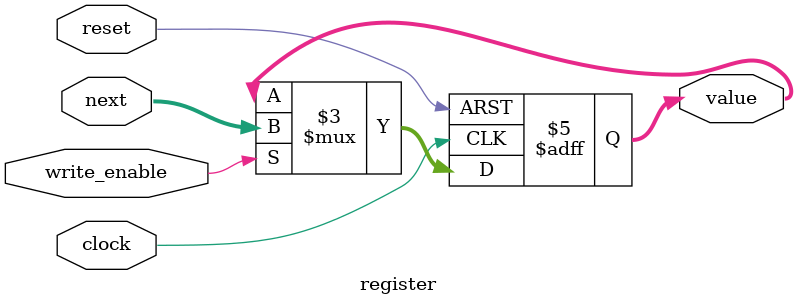
<source format=sv>

`include "config.sv"
`include "constants.sv"

module register #(
    parameter  WIDTH    = 32,
    parameter  INITIAL  = 0
) (
    input  clock,
    input  reset,
    input  write_enable,
    input  [31:0] next,

    output logic [31:0] value
);

   initial value = INITIAL;
   
   always_ff @ (posedge clock or posedge reset)
       if (reset) value <= INITIAL;
       else if (write_enable) value <= next;

endmodule

</source>
